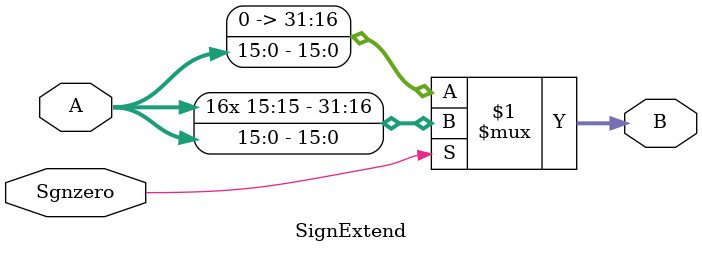
<source format=v>
`timescale 1ns / 1ps
module SignExtend(Sgnzero, A, B);
	input Sgnzero;
	input [15:0]A;
	output [31:0]B;
	assign B = (Sgnzero)?{{16{A[15]}},A}:{16'h0000,A};

endmodule

</source>
